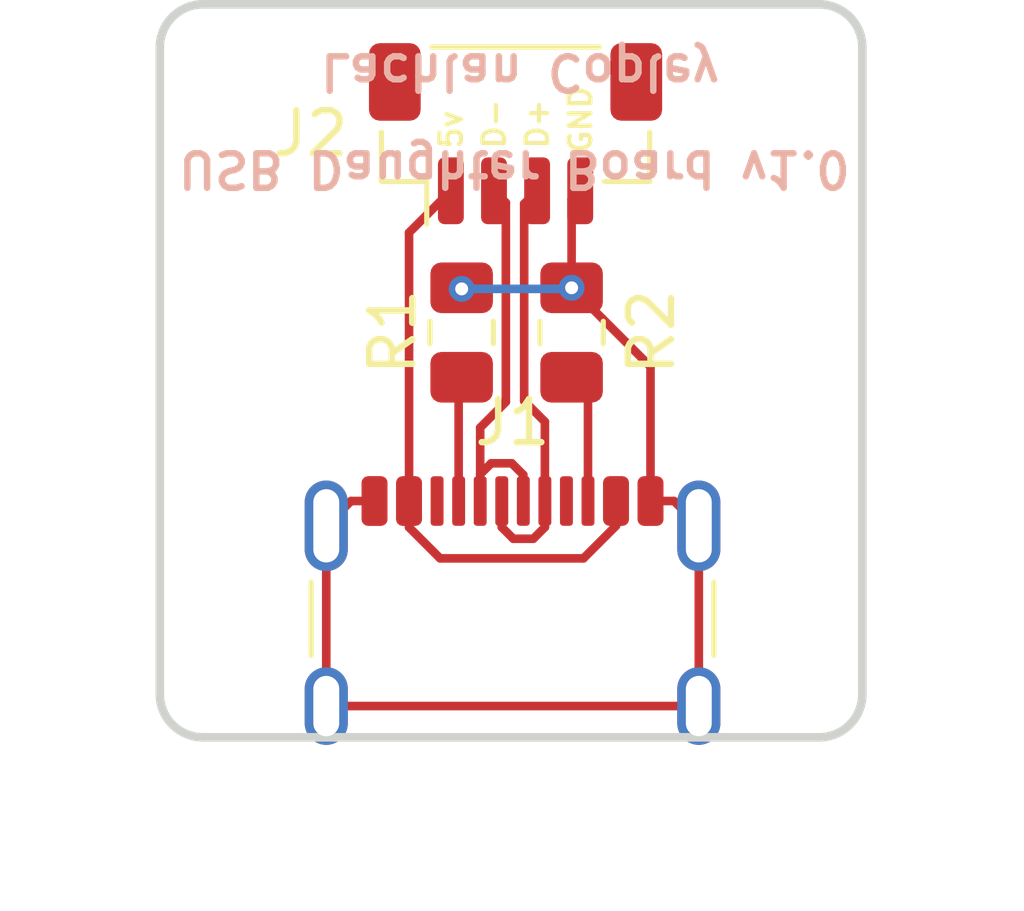
<source format=kicad_pcb>
(kicad_pcb (version 20240108) (generator "pcbnew") (generator_version "8.0")
  (layers (0 "F.Cu" signal) (31 "B.Cu" signal) (34 "B.Paste" user) (35 "F.Paste" user) (36 "B.SilkS" user "B.Silkscreen") (37 "F.SilkS" user "F.Silkscreen") (38 "B.Mask" user) (39 "F.Mask" user) (44 "Edge.Cuts" user))
  (net 0 "")
  (net 1 "GND")
  (net 2 "Net-(J1-CC1)")
  (net 3 "Net-(J1-CC2)")
  (net 4 "Net-(J2-Pin_1)")
  (net 5 "Net-(J2-Pin_2)")
  (net 6 "Net-(J2-Pin_3)")
  (footprint "MountingHole:MountingHole_2.2mm_M2" (layer "F.Cu") (at 112.792893 47.5)
    (property "Reference" "REF**" (hide yes))
    (property "Value" "MountingHole_2.2mm_M2" (hide yes))
    (pad "" np_thru_hole circle (at 0 0) (size 2.2 2.2) (drill 2.2) (layers "*.Cu" "*.Mask"))
  )
  (footprint "Capacitor_SMD:C_0805_2012Metric_Pad1.18x1.45mm_HandSolder" (layer "F.Cu") (at 105 53.6125 90)
    (property "Reference" "R1" (at 0.0125 -1.6 90) (layer "F.SilkS"))
    (property "Value" "5.1k")
    (fp_line (start -0.261252 -0.735) (end 0.261252 -0.735) (stroke (width 0.12)) (layer "F.SilkS"))
    (fp_line (start -0.261252 0.735) (end 0.261252 0.735) (stroke (width 0.12)) (layer "F.SilkS"))
    (pad "1" smd roundrect (at -1.0375 0 90) (size 1.175 1.45) (layers "F.Cu" "F.Paste" "F.Mask") (roundrect_rratio 0.212766) (net 2 "Net-(J1-CC1)"))
    (pad "2" smd roundrect (at 1.0375 0 90) (size 1.175 1.45) (layers "F.Cu" "F.Paste" "F.Mask") (roundrect_rratio 0.212766) (net 1 "GND"))
  )
  (footprint "Capacitor_SMD:C_0805_2012Metric_Pad1.18x1.45mm_HandSolder" (layer "F.Cu") (at 107.55 53.6125 90)
    (property "Reference" "R2" (at 0.0125 1.85 90) (layer "F.SilkS"))
    (property "Value" "5.1k")
    (fp_line (start -0.261252 -0.735) (end 0.261252 -0.735) (stroke (width 0.12)) (layer "F.SilkS"))
    (fp_line (start -0.261252 0.735) (end 0.261252 0.735) (stroke (width 0.12)) (layer "F.SilkS"))
    (pad "1" smd roundrect (at -1.0375 0 90) (size 1.175 1.45) (layers "F.Cu" "F.Paste" "F.Mask") (roundrect_rratio 0.212766) (net 3 "Net-(J1-CC2)"))
    (pad "2" smd roundrect (at 1.0375 0 90) (size 1.175 1.45) (layers "F.Cu" "F.Paste" "F.Mask") (roundrect_rratio 0.212766) (net 1 "GND"))
  )
  (footprint "Connector_JST:JST_SH_BM04B-SRSS-TB_1x04-1MP_P1.00mm_Vertical" (layer "F.Cu") (at 106.25 49)
    (property "Reference" "J2" (at -4.75 0 0) (layer "F.SilkS"))
    (property "Value" "Conn_01x04_Pin")
    (fp_line (start -3.11 -0.04) (end -3.11 1.11) (stroke (width 0.12)) (layer "F.SilkS"))
    (fp_line (start -3.11 1.11) (end -2.06 1.11) (stroke (width 0.12)) (layer "F.SilkS"))
    (fp_line (start -2.06 1.11) (end -2.06 2.1) (stroke (width 0.12)) (layer "F.SilkS"))
    (fp_line (start -1.94 -2.01) (end 1.94 -2.01) (stroke (width 0.12)) (layer "F.SilkS"))
    (fp_line (start 3.11 -0.04) (end 3.11 1.11) (stroke (width 0.12)) (layer "F.SilkS"))
    (fp_line (start 3.11 1.11) (end 2.06 1.11) (stroke (width 0.12)) (layer "F.SilkS"))
    (pad "1" smd roundrect (at -1.5 1.325) (size 0.6 1.55) (layers "F.Cu" "F.Paste" "F.Mask") (net 4 "Net-(J2-Pin_1)"))
    (pad "2" smd roundrect (at -0.5 1.325) (size 0.6 1.55) (layers "F.Cu" "F.Paste" "F.Mask") (net 5 "Net-(J2-Pin_2)"))
    (pad "3" smd roundrect (at 0.5 1.325) (size 0.6 1.55) (layers "F.Cu" "F.Paste" "F.Mask") (net 6 "Net-(J2-Pin_3)"))
    (pad "4" smd roundrect (at 1.5 1.325) (size 0.6 1.55) (layers "F.Cu" "F.Paste" "F.Mask") (net 1 "GND"))
    (pad "MP" smd roundrect (at -2.8 -1.2) (size 1.2 1.8) (layers "F.Cu" "F.Paste" "F.Mask") (roundrect_rratio 0.208333))
    (pad "MP" smd roundrect (at 2.8 -1.2) (size 1.2 1.8) (layers "F.Cu" "F.Paste" "F.Mask") (roundrect_rratio 0.208333))
  )
  (footprint "MountingHole:MountingHole_2.2mm_M2" (layer "F.Cu") (at 112.792893 61.5)
    (property "Reference" "REF**" (hide yes))
    (property "Value" "MountingHole_2.2mm_M2" (hide yes))
    (pad "" np_thru_hole circle (at 0 0) (size 2.2 2.2) (drill 2.2) (layers "*.Cu" "*.Mask"))
  )
  (footprint "Connector_USB:USB_C_Receptacle_GCT_USB4105-xx-A_16P_TopMnt_Horizontal" (layer "F.Cu") (at 106.18 61.2)
    (property "Reference" "J1" (at 0 -5.5 0) (layer "F.SilkS"))
    (property "Value" "USB_C_Receptacle_USB2.0_14P")
    (fp_line (start -4.67 -0.1) (end -4.67 -1.8) (stroke (width 0.12)) (layer "F.SilkS"))
    (fp_line (start 4.67 -0.1) (end 4.67 -1.8) (stroke (width 0.12)) (layer "F.SilkS"))
    (pad "" np_thru_hole circle (at -2.89 -2.605) (size 0.65 0.65) (drill 0.65) (layers "F&B.Cu" "*.Mask"))
    (pad "" np_thru_hole circle (at 2.89 -2.605) (size 0.65 0.65) (drill 0.65) (layers "F&B.Cu" "*.Mask"))
    (pad "A1" smd roundrect (at -3.2 -3.68) (size 0.6 1.15) (layers "F.Cu" "F.Paste" "F.Mask") (net 1 "GND"))
    (pad "A4" smd roundrect (at -2.4 -3.68) (size 0.6 1.15) (layers "F.Cu" "F.Paste" "F.Mask") (net 4 "Net-(J2-Pin_1)"))
    (pad "A5" smd roundrect (at -1.25 -3.68) (size 0.3 1.15) (layers "F.Cu" "F.Paste" "F.Mask") (net 2 "Net-(J1-CC1)"))
    (pad "A6" smd roundrect (at -0.25 -3.68) (size 0.3 1.15) (layers "F.Cu" "F.Paste" "F.Mask") (net 6 "Net-(J2-Pin_3)"))
    (pad "A7" smd roundrect (at 0.25 -3.68) (size 0.3 1.15) (layers "F.Cu" "F.Paste" "F.Mask") (net 5 "Net-(J2-Pin_2)"))
    (pad "A8" smd roundrect (at 1.25 -3.68) (size 0.3 1.15) (layers "F.Cu" "F.Paste" "F.Mask"))
    (pad "A9" smd roundrect (at 2.4 -3.68) (size 0.6 1.15) (layers "F.Cu" "F.Paste" "F.Mask") (net 4 "Net-(J2-Pin_1)"))
    (pad "A12" smd roundrect (at 3.2 -3.68) (size 0.6 1.15) (layers "F.Cu" "F.Paste" "F.Mask") (net 1 "GND"))
    (pad "B1" smd roundrect (at 3.2 -3.68) (size 0.6 1.15) (layers "F.Cu" "F.Paste" "F.Mask") (net 1 "GND"))
    (pad "B4" smd roundrect (at 2.4 -3.68) (size 0.6 1.15) (layers "F.Cu" "F.Paste" "F.Mask") (net 4 "Net-(J2-Pin_1)"))
    (pad "B5" smd roundrect (at 1.75 -3.68) (size 0.3 1.15) (layers "F.Cu" "F.Paste" "F.Mask") (net 3 "Net-(J1-CC2)"))
    (pad "B6" smd roundrect (at 0.75 -3.68) (size 0.3 1.15) (layers "F.Cu" "F.Paste" "F.Mask") (net 6 "Net-(J2-Pin_3)"))
    (pad "B7" smd roundrect (at -0.75 -3.68) (size 0.3 1.15) (layers "F.Cu" "F.Paste" "F.Mask") (net 5 "Net-(J2-Pin_2)"))
    (pad "B8" smd roundrect (at -1.75 -3.68) (size 0.3 1.15) (layers "F.Cu" "F.Paste" "F.Mask"))
    (pad "B9" smd roundrect (at -2.4 -3.68) (size 0.6 1.15) (layers "F.Cu" "F.Paste" "F.Mask") (net 4 "Net-(J2-Pin_1)"))
    (pad "B12" smd roundrect (at -3.2 -3.68) (size 0.6 1.15) (layers "F.Cu" "F.Paste" "F.Mask") (net 1 "GND"))
    (pad "S1" thru_hole oval (at -4.32 -3.105) (size 1 2.1) (drill oval 0.6 1.7) (layers "*.Cu" "*.Mask" "F.Paste") (net 1 "GND"))
    (pad "S1" thru_hole oval (at -4.32 1.075) (size 1 1.8) (drill oval 0.6 1.4) (layers "*.Cu" "*.Mask" "F.Paste") (net 1 "GND"))
    (pad "S1" thru_hole oval (at 4.32 -3.105) (size 1 2.1) (drill oval 0.6 1.7) (layers "*.Cu" "*.Mask" "F.Paste") (net 1 "GND"))
    (pad "S1" thru_hole oval (at 4.32 1.075) (size 1 1.8) (drill oval 0.6 1.4) (layers "*.Cu" "*.Mask" "F.Paste") (net 1 "GND"))
  )
  (footprint "MountingHole:MountingHole_2.2mm_M2" (layer "F.Cu") (at 99.5 61.5)
    (property "Reference" "REF**" (hide yes))
    (property "Value" "MountingHole_2.2mm_M2" (hide yes))
    (pad "" np_thru_hole circle (at 0 0) (size 2.2 2.2) (drill 2.2) (layers "*.Cu" "*.Mask"))
  )
  (footprint "MountingHole:MountingHole_2.2mm_M2" (layer "F.Cu") (at 99.5 47.5)
    (property "Reference" "REF**" (hide yes))
    (property "Value" "MountingHole_2.2mm_M2" (hide yes))
    (pad "" np_thru_hole circle (at 0 0) (size 2.2 2.2) (drill 2.2) (layers "*.Cu" "*.Mask"))
  )
  (gr_line (start 114.292893 62) (end 114.292893 47) (stroke (width 0.2)) (layer "Edge.Cuts"))
  (gr_arc (start 99 63) (mid 98.292896 62.707106) (end 98 62) (stroke (width 0.2)) (layer "Edge.Cuts"))
  (gr_arc (start 114.292893 62) (mid 114 62.707107) (end 113.292893 63) (stroke (width 0.2)) (layer "Edge.Cuts"))
  (gr_arc (start 98 47) (mid 98.292893 46.292893) (end 99 46) (stroke (width 0.2)) (layer "Edge.Cuts"))
  (gr_line (start 113.292893 46) (end 99 46) (stroke (width 0.2)) (layer "Edge.Cuts"))
  (gr_arc (start 113.292893 46) (mid 114 46.292893) (end 114.292893 47) (stroke (width 0.2)) (layer "Edge.Cuts"))
  (gr_line (start 99 63) (end 113.292893 63) (stroke (width 0.2)) (layer "Edge.Cuts"))
  (gr_line (start 98 47) (end 98 62) (stroke (width 0.2)) (layer "Edge.Cuts"))
  (gr_text "Lachlan Copley" (at 101.65 47.1 180) (layer "B.SilkS") (effects (font (size 0.8 0.8) (thickness 0.15) (bold yes)) (justify left bottom mirror)))
  (gr_text "USB Daughter Board v1.0" (at 98.35 49.35 180) (layer "B.SilkS") (effects (font (size 0.8 0.8) (thickness 0.15) (bold yes)) (justify left bottom mirror)))
  (gr_text "GND" (at 108.05 49.5 90) (layer "F.SilkS") (effects (font (size 0.5 0.5) (thickness 0.1) (bold yes)) (justify left bottom)))
  (gr_text "D+" (at 107.05 49.4 90) (layer "F.SilkS") (effects (font (size 0.5 0.5) (thickness 0.1) (bold yes)) (justify left bottom)))
  (gr_text "D-" (at 106.05 49.4 90) (layer "F.SilkS") (effects (font (size 0.5 0.5) (thickness 0.1) (bold yes)) (justify left bottom)))
  (gr_text "5v" (at 105.05 49.4 90) (layer "F.SilkS") (effects (font (size 0.5 0.5) (thickness 0.1) (bold yes)) (justify left bottom)))
  (segment (start 101.86 62.275) (end 110.5 62.275) (width 0.2) (layer "F.Cu") (net 1))
  (segment (start 102.435 57.52) (end 101.86 58.095) (width 0.2) (layer "F.Cu") (net 1))
  (segment (start 101.86 57.874594) (end 101.86 57.82) (width 0.2) (layer "F.Cu") (net 1))
  (segment (start 109.38 57.52) (end 109.925 57.52) (width 0.2) (layer "F.Cu") (net 1))
  (segment (start 110.5 62.275) (end 110.5 58.095) (width 0.2) (layer "F.Cu") (net 1))
  (segment (start 101.86 58.095) (end 101.86 62.275) (width 0.2) (layer "F.Cu") (net 1))
  (segment (start 107.55 52.575) (end 107.55 50.525) (width 0.2) (layer "F.Cu") (net 1))
  (segment (start 110.5 57.82) (end 110.5 57.874594) (width 0.2) (layer "F.Cu") (net 1))
  (segment (start 105 52.575) (end 105 52.6) (width 0.2) (layer "F.Cu") (net 1))
  (segment (start 109.38 57.52) (end 109.38 54.405) (width 0.2) (layer "F.Cu") (net 1))
  (segment (start 109.38 54.405) (end 107.55 52.575) (width 0.2) (layer "F.Cu") (net 1))
  (segment (start 110.5 57.82) (end 110.345 57.82) (width 0.2) (layer "F.Cu") (net 1))
  (segment (start 107.55 50.525) (end 107.75 50.325) (width 0.2) (layer "F.Cu") (net 1))
  (segment (start 102.98 57.52) (end 102.435 57.52) (width 0.2) (layer "F.Cu") (net 1))
  (segment (start 109.925 57.52) (end 110.5 58.095) (width 0.2) (layer "F.Cu") (net 1))
  (via (at 107.55 52.575) (size 0.6) (drill 0.3) (layers "F.Cu" "B.Cu") (net 1))
  (via (at 105 52.6) (size 0.6) (drill 0.3) (layers "F.Cu" "B.Cu") (net 1))
  (segment (start 105 52.6) (end 107.525 52.6) (width 0.2) (layer "B.Cu") (net 1))
  (segment (start 101.86 57.82) (end 102.005 57.675) (width 0.2) (layer "B.Cu") (net 1))
  (segment (start 110.355 57.675) (end 110.5 57.82) (width 0.2) (layer "B.Cu") (net 1))
  (segment (start 107.525 52.6) (end 107.55 52.575) (width 0.2) (layer "B.Cu") (net 1))
  (segment (start 102 61.86) (end 101.86 62) (width 0.2) (layer "B.Cu") (net 1))
  (segment (start 104.93 54.72) (end 105 54.65) (width 0.2) (layer "F.Cu") (net 2))
  (segment (start 104.93 57.52) (end 104.93 54.72) (width 0.2) (layer "F.Cu") (net 2))
  (segment (start 107.93 55.08) (end 107.5 54.65) (width 0.2) (layer "F.Cu") (net 3))
  (segment (start 107.93 57.52) (end 107.93 55.08) (width 0.2) (layer "F.Cu") (net 3))
  (segment (start 103.78 51.295) (end 104.75 50.325) (width 0.2) (layer "F.Cu") (net 4))
  (segment (start 103.78 58.130406) (end 103.78 57.52) (width 0.2) (layer "F.Cu") (net 4))
  (segment (start 104.499594 58.85) (end 103.78 58.130406) (width 0.2) (layer "F.Cu") (net 4))
  (segment (start 103.78 57.52) (end 103.78 51.295) (width 0.2) (layer "F.Cu") (net 4))
  (segment (start 107.824999 58.85) (end 104.499594 58.85) (width 0.2) (layer "F.Cu") (net 4))
  (segment (start 108.58 57.52) (end 108.58 58.094999) (width 0.2) (layer "F.Cu") (net 4))
  (segment (start 108.58 58.094999) (end 107.824999 58.85) (width 0.2) (layer "F.Cu") (net 4))
  (segment (start 105.43 56.9) (end 105.685 56.645) (width 0.2) (layer "F.Cu") (net 5))
  (segment (start 106.43 56.91259) (end 106.43 57.52) (width 0.2) (layer "F.Cu") (net 5))
  (segment (start 105.43 57.52) (end 105.43 56.9) (width 0.2) (layer "F.Cu") (net 5))
  (segment (start 106.025 55.222244) (end 106.025 50.6) (width 0.2) (layer "F.Cu") (net 5))
  (segment (start 106.025 50.6) (end 105.75 50.325) (width 0.2) (layer "F.Cu") (net 5))
  (segment (start 105.685 56.645) (end 106.16241 56.645) (width 0.2) (layer "F.Cu") (net 5))
  (segment (start 106.16241 56.645) (end 106.43 56.91259) (width 0.2) (layer "F.Cu") (net 5))
  (segment (start 105.43 56.9) (end 105.43 55.817244) (width 0.2) (layer "F.Cu") (net 5))
  (segment (start 105.43 55.817244) (end 106.025 55.222244) (width 0.2) (layer "F.Cu") (net 5))
  (segment (start 106.93 55.68) (end 106.45 55.2) (width 0.2) (layer "F.Cu") (net 6))
  (segment (start 106.19759 58.395) (end 106.66241 58.395) (width 0.2) (layer "F.Cu") (net 6))
  (segment (start 105.93 58.12741) (end 106.19759 58.395) (width 0.2) (layer "F.Cu") (net 6))
  (segment (start 106.93 57.52) (end 106.93 55.68) (width 0.2) (layer "F.Cu") (net 6))
  (segment (start 106.475 50.7) (end 106.85 50.325) (width 0.2) (layer "F.Cu") (net 6))
  (segment (start 106.93 58.12741) (end 106.93 57.52) (width 0.2) (layer "F.Cu") (net 6))
  (segment (start 106.66241 58.395) (end 106.93 58.12741) (width 0.2) (layer "F.Cu") (net 6))
  (segment (start 106.45 50.625) (end 106.75 50.325) (width 0.2) (layer "F.Cu") (net 6))
  (segment (start 106.45 55.2) (end 106.45 50.625) (width 0.2) (layer "F.Cu") (net 6))
  (segment (start 105.93 57.52) (end 105.93 58.12741) (width 0.2) (layer "F.Cu") (net 6))
)
</source>
